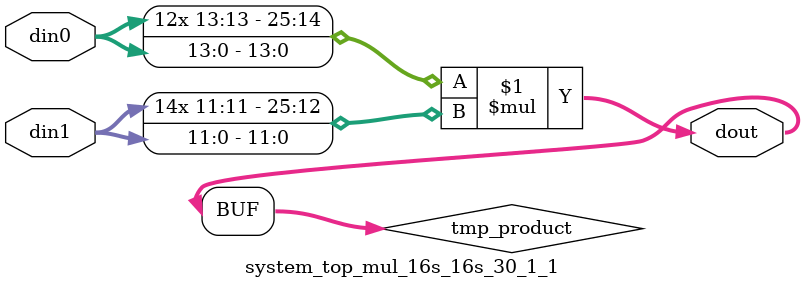
<source format=v>

`timescale 1 ns / 1 ps

 module system_top_mul_16s_16s_30_1_1(din0, din1, dout);
parameter ID = 1;
parameter NUM_STAGE = 0;
parameter din0_WIDTH = 14;
parameter din1_WIDTH = 12;
parameter dout_WIDTH = 26;

input [din0_WIDTH - 1 : 0] din0; 
input [din1_WIDTH - 1 : 0] din1; 
output [dout_WIDTH - 1 : 0] dout;

wire signed [dout_WIDTH - 1 : 0] tmp_product;



























assign tmp_product = $signed(din0) * $signed(din1);








assign dout = tmp_product;





















endmodule

</source>
